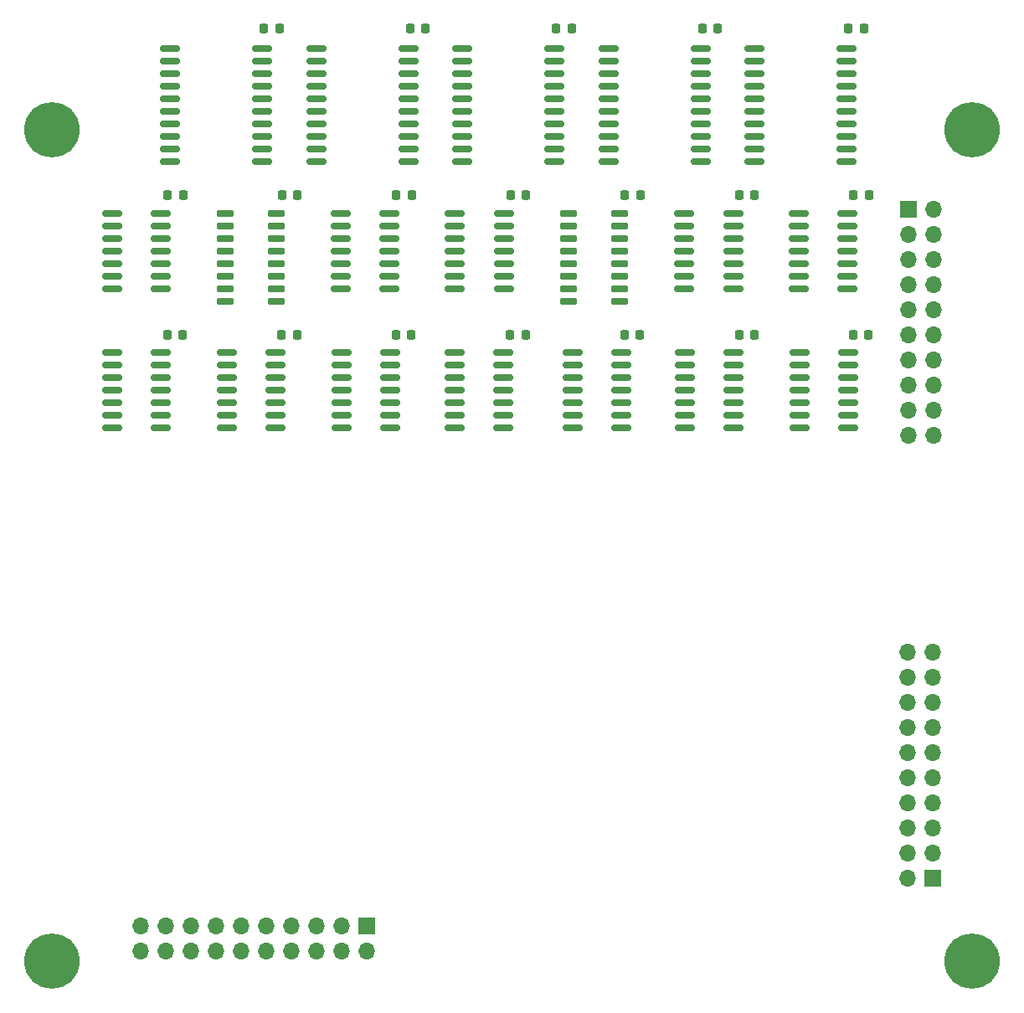
<source format=gbr>
G04 #@! TF.GenerationSoftware,KiCad,Pcbnew,(6.0.5)*
G04 #@! TF.CreationDate,2022-09-14T22:51:16+02:00*
G04 #@! TF.ProjectId,B3,42332e6b-6963-4616-945f-706362585858,rev?*
G04 #@! TF.SameCoordinates,Original*
G04 #@! TF.FileFunction,Soldermask,Top*
G04 #@! TF.FilePolarity,Negative*
%FSLAX46Y46*%
G04 Gerber Fmt 4.6, Leading zero omitted, Abs format (unit mm)*
G04 Created by KiCad (PCBNEW (6.0.5)) date 2022-09-14 22:51:16*
%MOMM*%
%LPD*%
G01*
G04 APERTURE LIST*
G04 Aperture macros list*
%AMRoundRect*
0 Rectangle with rounded corners*
0 $1 Rounding radius*
0 $2 $3 $4 $5 $6 $7 $8 $9 X,Y pos of 4 corners*
0 Add a 4 corners polygon primitive as box body*
4,1,4,$2,$3,$4,$5,$6,$7,$8,$9,$2,$3,0*
0 Add four circle primitives for the rounded corners*
1,1,$1+$1,$2,$3*
1,1,$1+$1,$4,$5*
1,1,$1+$1,$6,$7*
1,1,$1+$1,$8,$9*
0 Add four rect primitives between the rounded corners*
20,1,$1+$1,$2,$3,$4,$5,0*
20,1,$1+$1,$4,$5,$6,$7,0*
20,1,$1+$1,$6,$7,$8,$9,0*
20,1,$1+$1,$8,$9,$2,$3,0*%
G04 Aperture macros list end*
%ADD10RoundRect,0.225000X-0.225000X-0.250000X0.225000X-0.250000X0.225000X0.250000X-0.225000X0.250000X0*%
%ADD11RoundRect,0.150000X-0.825000X-0.150000X0.825000X-0.150000X0.825000X0.150000X-0.825000X0.150000X0*%
%ADD12RoundRect,0.150000X-0.725000X-0.150000X0.725000X-0.150000X0.725000X0.150000X-0.725000X0.150000X0*%
%ADD13RoundRect,0.150000X-0.875000X-0.150000X0.875000X-0.150000X0.875000X0.150000X-0.875000X0.150000X0*%
%ADD14R,1.700000X1.700000*%
%ADD15O,1.700000X1.700000*%
%ADD16C,5.600000*%
G04 APERTURE END LIST*
D10*
X172896665Y-63570000D03*
X174446665Y-63570000D03*
X183945000Y-46740000D03*
X185495000Y-46740000D03*
D11*
X121059999Y-79490000D03*
X121059999Y-80760000D03*
X121059999Y-82030000D03*
X121059999Y-83300000D03*
X121059999Y-84570000D03*
X121059999Y-85840000D03*
X121059999Y-87110000D03*
X126009999Y-87110000D03*
X126009999Y-85840000D03*
X126009999Y-84570000D03*
X126009999Y-83300000D03*
X126009999Y-82030000D03*
X126009999Y-80760000D03*
X126009999Y-79490000D03*
D10*
X126625000Y-77700000D03*
X128175000Y-77700000D03*
D12*
X120938333Y-65465000D03*
X120938333Y-66735000D03*
X120938333Y-68005000D03*
X120938333Y-69275000D03*
X120938333Y-70545000D03*
X120938333Y-71815000D03*
X120938333Y-73085000D03*
X120938333Y-74355000D03*
X126088333Y-74355000D03*
X126088333Y-73085000D03*
X126088333Y-71815000D03*
X126088333Y-70545000D03*
X126088333Y-69275000D03*
X126088333Y-68005000D03*
X126088333Y-66735000D03*
X126088333Y-65465000D03*
D10*
X139612500Y-46740000D03*
X141162500Y-46740000D03*
D13*
X130125000Y-48765000D03*
X130125000Y-50035000D03*
X130125000Y-51305000D03*
X130125000Y-52575000D03*
X130125000Y-53845000D03*
X130125000Y-55115000D03*
X130125000Y-56385000D03*
X130125000Y-57655000D03*
X130125000Y-58925000D03*
X130125000Y-60195000D03*
X139425000Y-60195000D03*
X139425000Y-58925000D03*
X139425000Y-57655000D03*
X139425000Y-56385000D03*
X139425000Y-55115000D03*
X139425000Y-53845000D03*
X139425000Y-52575000D03*
X139425000Y-51305000D03*
X139425000Y-50035000D03*
X139425000Y-48765000D03*
D10*
X126663333Y-63570000D03*
X128213333Y-63570000D03*
D13*
X115350000Y-48765000D03*
X115350000Y-50035000D03*
X115350000Y-51305000D03*
X115350000Y-52575000D03*
X115350000Y-53845000D03*
X115350000Y-55115000D03*
X115350000Y-56385000D03*
X115350000Y-57655000D03*
X115350000Y-58925000D03*
X115350000Y-60195000D03*
X124650000Y-60195000D03*
X124650000Y-58925000D03*
X124650000Y-57655000D03*
X124650000Y-56385000D03*
X124650000Y-55115000D03*
X124650000Y-53845000D03*
X124650000Y-52575000D03*
X124650000Y-51305000D03*
X124650000Y-50035000D03*
X124650000Y-48765000D03*
D11*
X178891666Y-65420000D03*
X178891666Y-66690000D03*
X178891666Y-67960000D03*
X178891666Y-69230000D03*
X178891666Y-70500000D03*
X178891666Y-71770000D03*
X178891666Y-73040000D03*
X183841666Y-73040000D03*
X183841666Y-71770000D03*
X183841666Y-70500000D03*
X183841666Y-69230000D03*
X183841666Y-67960000D03*
X183841666Y-66690000D03*
X183841666Y-65420000D03*
D10*
X124835000Y-46740000D03*
X126385000Y-46740000D03*
X138221666Y-63570000D03*
X139771666Y-63570000D03*
D11*
X167328333Y-65420000D03*
X167328333Y-66690000D03*
X167328333Y-67960000D03*
X167328333Y-69230000D03*
X167328333Y-70500000D03*
X167328333Y-71770000D03*
X167328333Y-73040000D03*
X172278333Y-73040000D03*
X172278333Y-71770000D03*
X172278333Y-70500000D03*
X172278333Y-69230000D03*
X172278333Y-67960000D03*
X172278333Y-66690000D03*
X172278333Y-65420000D03*
D10*
X149745000Y-77700000D03*
X151295000Y-77700000D03*
D11*
X109475000Y-79490000D03*
X109475000Y-80760000D03*
X109475000Y-82030000D03*
X109475000Y-83300000D03*
X109475000Y-84570000D03*
X109475000Y-85840000D03*
X109475000Y-87110000D03*
X114425000Y-87110000D03*
X114425000Y-85840000D03*
X114425000Y-84570000D03*
X114425000Y-83300000D03*
X114425000Y-82030000D03*
X114425000Y-80760000D03*
X114425000Y-79490000D03*
D13*
X159675000Y-48765000D03*
X159675000Y-50035000D03*
X159675000Y-51305000D03*
X159675000Y-52575000D03*
X159675000Y-53845000D03*
X159675000Y-55115000D03*
X159675000Y-56385000D03*
X159675000Y-57655000D03*
X159675000Y-58925000D03*
X159675000Y-60195000D03*
X168975000Y-60195000D03*
X168975000Y-58925000D03*
X168975000Y-57655000D03*
X168975000Y-56385000D03*
X168975000Y-55115000D03*
X168975000Y-53845000D03*
X168975000Y-52575000D03*
X168975000Y-51305000D03*
X168975000Y-50035000D03*
X168975000Y-48765000D03*
D11*
X156021000Y-79490000D03*
X156021000Y-80760000D03*
X156021000Y-82030000D03*
X156021000Y-83300000D03*
X156021000Y-84570000D03*
X156021000Y-85840000D03*
X156021000Y-87110000D03*
X160971000Y-87110000D03*
X160971000Y-85840000D03*
X160971000Y-84570000D03*
X160971000Y-83300000D03*
X160971000Y-82030000D03*
X160971000Y-80760000D03*
X160971000Y-79490000D03*
X144083000Y-79490000D03*
X144083000Y-80760000D03*
X144083000Y-82030000D03*
X144083000Y-83300000D03*
X144083000Y-84570000D03*
X144083000Y-85840000D03*
X144083000Y-87110000D03*
X149033000Y-87110000D03*
X149033000Y-85840000D03*
X149033000Y-84570000D03*
X149033000Y-83300000D03*
X149033000Y-82030000D03*
X149033000Y-80760000D03*
X149033000Y-79490000D03*
D10*
X184425000Y-77700000D03*
X185975000Y-77700000D03*
D11*
X178984999Y-79490000D03*
X178984999Y-80760000D03*
X178984999Y-82030000D03*
X178984999Y-83300000D03*
X178984999Y-84570000D03*
X178984999Y-85840000D03*
X178984999Y-87110000D03*
X183934999Y-87110000D03*
X183934999Y-85840000D03*
X183934999Y-84570000D03*
X183934999Y-83300000D03*
X183934999Y-82030000D03*
X183934999Y-80760000D03*
X183934999Y-79490000D03*
D14*
X190000000Y-65000000D03*
D15*
X192540000Y-65000000D03*
X190000000Y-67540000D03*
X192540000Y-67540000D03*
X190000000Y-70080000D03*
X192540000Y-70080000D03*
X190000000Y-72620000D03*
X192540000Y-72620000D03*
X190000000Y-75160000D03*
X192540000Y-75160000D03*
X190000000Y-77700000D03*
X192540000Y-77700000D03*
X190000000Y-80240000D03*
X192540000Y-80240000D03*
X190000000Y-82780000D03*
X192540000Y-82780000D03*
X190000000Y-85320000D03*
X192540000Y-85320000D03*
X190000000Y-87860000D03*
X192540000Y-87860000D03*
D11*
X144130000Y-65470000D03*
X144130000Y-66740000D03*
X144130000Y-68010000D03*
X144130000Y-69280000D03*
X144130000Y-70550000D03*
X144130000Y-71820000D03*
X144130000Y-73090000D03*
X149080000Y-73090000D03*
X149080000Y-71820000D03*
X149080000Y-70550000D03*
X149080000Y-69280000D03*
X149080000Y-68010000D03*
X149080000Y-66740000D03*
X149080000Y-65470000D03*
D10*
X184455000Y-63570000D03*
X186005000Y-63570000D03*
D11*
X109475000Y-65480000D03*
X109475000Y-66750000D03*
X109475000Y-68020000D03*
X109475000Y-69290000D03*
X109475000Y-70560000D03*
X109475000Y-71830000D03*
X109475000Y-73100000D03*
X114425000Y-73100000D03*
X114425000Y-71830000D03*
X114425000Y-70560000D03*
X114425000Y-69290000D03*
X114425000Y-68020000D03*
X114425000Y-66750000D03*
X114425000Y-65480000D03*
D10*
X149779999Y-63570000D03*
X151329999Y-63570000D03*
X172865000Y-77700000D03*
X174415000Y-77700000D03*
D12*
X155645000Y-65465000D03*
X155645000Y-66735000D03*
X155645000Y-68005000D03*
X155645000Y-69275000D03*
X155645000Y-70545000D03*
X155645000Y-71815000D03*
X155645000Y-73085000D03*
X155645000Y-74355000D03*
X160795000Y-74355000D03*
X160795000Y-73085000D03*
X160795000Y-71815000D03*
X160795000Y-70545000D03*
X160795000Y-69275000D03*
X160795000Y-68005000D03*
X160795000Y-66735000D03*
X160795000Y-65465000D03*
D10*
X115105000Y-63570000D03*
X116655000Y-63570000D03*
X161305000Y-77700000D03*
X162855000Y-77700000D03*
D13*
X174450000Y-48765000D03*
X174450000Y-50035000D03*
X174450000Y-51305000D03*
X174450000Y-52575000D03*
X174450000Y-53845000D03*
X174450000Y-55115000D03*
X174450000Y-56385000D03*
X174450000Y-57655000D03*
X174450000Y-58925000D03*
X174450000Y-60195000D03*
X183750000Y-60195000D03*
X183750000Y-58925000D03*
X183750000Y-57655000D03*
X183750000Y-56385000D03*
X183750000Y-55115000D03*
X183750000Y-53845000D03*
X183750000Y-52575000D03*
X183750000Y-51305000D03*
X183750000Y-50035000D03*
X183750000Y-48765000D03*
D14*
X192500000Y-132660000D03*
D15*
X189960000Y-132660000D03*
X192500000Y-130120000D03*
X189960000Y-130120000D03*
X192500000Y-127580000D03*
X189960000Y-127580000D03*
X192500000Y-125040000D03*
X189960000Y-125040000D03*
X192500000Y-122500000D03*
X189960000Y-122500000D03*
X192500000Y-119960000D03*
X189960000Y-119960000D03*
X192500000Y-117420000D03*
X189960000Y-117420000D03*
X192500000Y-114880000D03*
X189960000Y-114880000D03*
X192500000Y-112340000D03*
X189960000Y-112340000D03*
X192500000Y-109800000D03*
X189960000Y-109800000D03*
D10*
X115065000Y-77700000D03*
X116615000Y-77700000D03*
X138185000Y-77700000D03*
X139735000Y-77700000D03*
D13*
X144900000Y-48765000D03*
X144900000Y-50035000D03*
X144900000Y-51305000D03*
X144900000Y-52575000D03*
X144900000Y-53845000D03*
X144900000Y-55115000D03*
X144900000Y-56385000D03*
X144900000Y-57655000D03*
X144900000Y-58925000D03*
X144900000Y-60195000D03*
X154200000Y-60195000D03*
X154200000Y-58925000D03*
X154200000Y-57655000D03*
X154200000Y-56385000D03*
X154200000Y-55115000D03*
X154200000Y-53845000D03*
X154200000Y-52575000D03*
X154200000Y-51305000D03*
X154200000Y-50035000D03*
X154200000Y-48765000D03*
D11*
X167399995Y-79490000D03*
X167399995Y-80760000D03*
X167399995Y-82030000D03*
X167399995Y-83300000D03*
X167399995Y-84570000D03*
X167399995Y-85840000D03*
X167399995Y-87110000D03*
X172349995Y-87110000D03*
X172349995Y-85840000D03*
X172349995Y-84570000D03*
X172349995Y-83300000D03*
X172349995Y-82030000D03*
X172349995Y-80760000D03*
X172349995Y-79490000D03*
D10*
X161338332Y-63570000D03*
X162888332Y-63570000D03*
X154390000Y-46740000D03*
X155940000Y-46740000D03*
D16*
X103406802Y-56930538D03*
D11*
X132644998Y-79490000D03*
X132644998Y-80760000D03*
X132644998Y-82030000D03*
X132644998Y-83300000D03*
X132644998Y-84570000D03*
X132644998Y-85840000D03*
X132644998Y-87110000D03*
X137594998Y-87110000D03*
X137594998Y-85840000D03*
X137594998Y-84570000D03*
X137594998Y-83300000D03*
X137594998Y-82030000D03*
X137594998Y-80760000D03*
X137594998Y-79490000D03*
D14*
X135200000Y-137500000D03*
D15*
X135200000Y-140040000D03*
X132660000Y-137500000D03*
X132660000Y-140040000D03*
X130120000Y-137500000D03*
X130120000Y-140040000D03*
X127580000Y-137500000D03*
X127580000Y-140040000D03*
X125040000Y-137500000D03*
X125040000Y-140040000D03*
X122500000Y-137500000D03*
X122500000Y-140040000D03*
X119960000Y-137500000D03*
X119960000Y-140040000D03*
X117420000Y-137500000D03*
X117420000Y-140040000D03*
X114880000Y-137500000D03*
X114880000Y-140040000D03*
X112340000Y-137500000D03*
X112340000Y-140040000D03*
D16*
X103406802Y-141055538D03*
D11*
X132601666Y-65480000D03*
X132601666Y-66750000D03*
X132601666Y-68020000D03*
X132601666Y-69290000D03*
X132601666Y-70560000D03*
X132601666Y-71830000D03*
X132601666Y-73100000D03*
X137551666Y-73100000D03*
X137551666Y-71830000D03*
X137551666Y-70560000D03*
X137551666Y-69290000D03*
X137551666Y-68020000D03*
X137551666Y-66750000D03*
X137551666Y-65480000D03*
D10*
X169167500Y-46740000D03*
X170717500Y-46740000D03*
D16*
X196406802Y-56930538D03*
X196406802Y-141055538D03*
M02*

</source>
